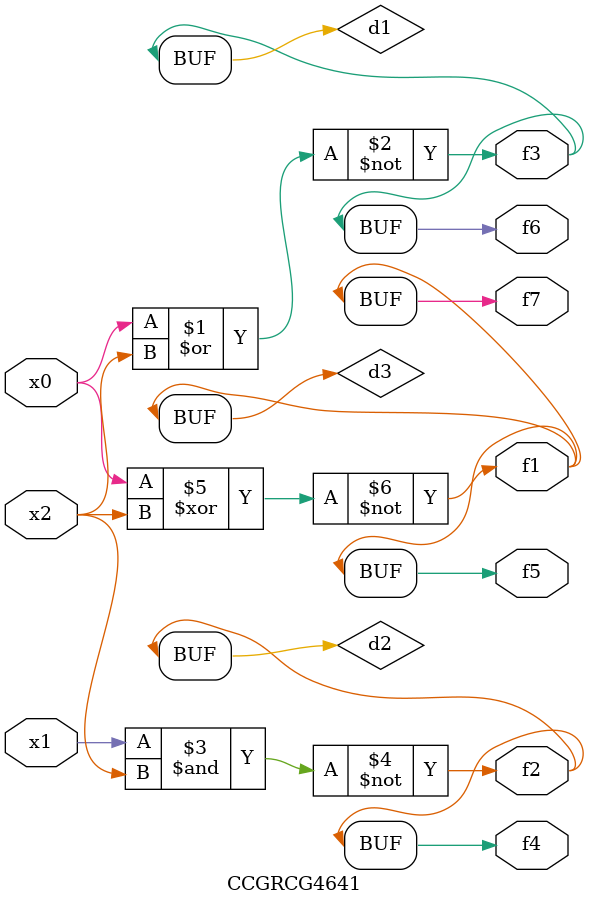
<source format=v>
module CCGRCG4641(
	input x0, x1, x2,
	output f1, f2, f3, f4, f5, f6, f7
);

	wire d1, d2, d3;

	nor (d1, x0, x2);
	nand (d2, x1, x2);
	xnor (d3, x0, x2);
	assign f1 = d3;
	assign f2 = d2;
	assign f3 = d1;
	assign f4 = d2;
	assign f5 = d3;
	assign f6 = d1;
	assign f7 = d3;
endmodule

</source>
